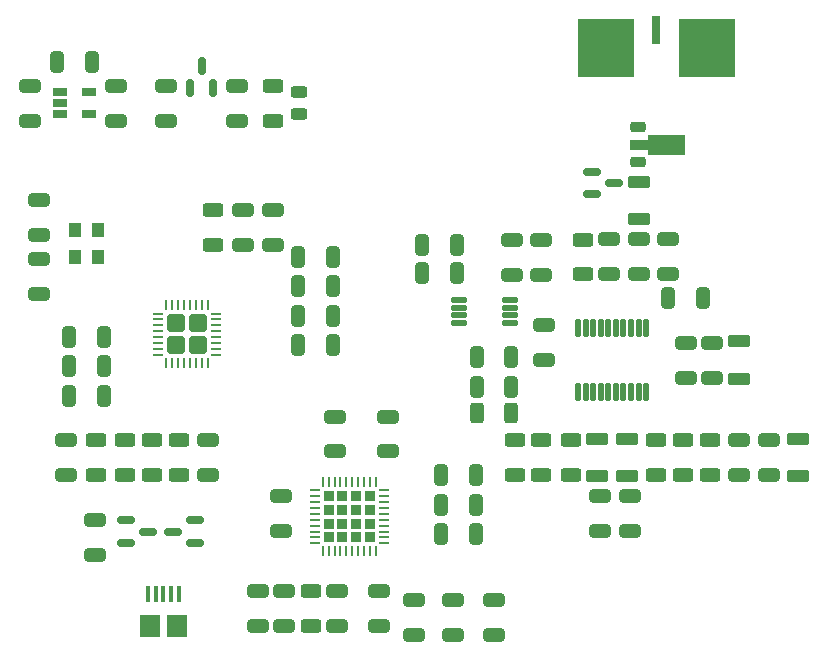
<source format=gbr>
%TF.GenerationSoftware,KiCad,Pcbnew,8.0.3*%
%TF.CreationDate,2024-07-17T08:28:56+07:00*%
%TF.ProjectId,msi_SDR_ADC,6d73695f-5344-4525-9f41-44432e6b6963,R0.1*%
%TF.SameCoordinates,PX72ade90PY75c75e0*%
%TF.FileFunction,Paste,Top*%
%TF.FilePolarity,Positive*%
%FSLAX46Y46*%
G04 Gerber Fmt 4.6, Leading zero omitted, Abs format (unit mm)*
G04 Created by KiCad (PCBNEW 8.0.3) date 2024-07-17 08:28:56*
%MOMM*%
%LPD*%
G01*
G04 APERTURE LIST*
G04 Aperture macros list*
%AMRoundRect*
0 Rectangle with rounded corners*
0 $1 Rounding radius*
0 $2 $3 $4 $5 $6 $7 $8 $9 X,Y pos of 4 corners*
0 Add a 4 corners polygon primitive as box body*
4,1,4,$2,$3,$4,$5,$6,$7,$8,$9,$2,$3,0*
0 Add four circle primitives for the rounded corners*
1,1,$1+$1,$2,$3*
1,1,$1+$1,$4,$5*
1,1,$1+$1,$6,$7*
1,1,$1+$1,$8,$9*
0 Add four rect primitives between the rounded corners*
20,1,$1+$1,$2,$3,$4,$5,0*
20,1,$1+$1,$4,$5,$6,$7,0*
20,1,$1+$1,$6,$7,$8,$9,0*
20,1,$1+$1,$8,$9,$2,$3,0*%
%AMFreePoly0*
4,1,9,3.862500,-0.866500,0.737500,-0.866500,0.737500,-0.450000,-0.737500,-0.450000,-0.737500,0.450000,0.737500,0.450000,0.737500,0.866500,3.862500,0.866500,3.862500,-0.866500,3.862500,-0.866500,$1*%
G04 Aperture macros list end*
%ADD10RoundRect,0.250000X0.650000X-0.325000X0.650000X0.325000X-0.650000X0.325000X-0.650000X-0.325000X0*%
%ADD11RoundRect,0.250000X-0.650000X0.325000X-0.650000X-0.325000X0.650000X-0.325000X0.650000X0.325000X0*%
%ADD12RoundRect,0.250000X-0.325000X-0.650000X0.325000X-0.650000X0.325000X0.650000X-0.325000X0.650000X0*%
%ADD13RoundRect,0.250000X0.325000X0.650000X-0.325000X0.650000X-0.325000X-0.650000X0.325000X-0.650000X0*%
%ADD14RoundRect,0.110000X-0.110000X-0.650000X0.110000X-0.650000X0.110000X0.650000X-0.110000X0.650000X0*%
%ADD15RoundRect,0.250000X-0.625000X0.312500X-0.625000X-0.312500X0.625000X-0.312500X0.625000X0.312500X0*%
%ADD16RoundRect,0.150000X-0.587500X-0.150000X0.587500X-0.150000X0.587500X0.150000X-0.587500X0.150000X0*%
%ADD17RoundRect,0.232500X-0.232500X0.232500X-0.232500X-0.232500X0.232500X-0.232500X0.232500X0.232500X0*%
%ADD18RoundRect,0.062500X-0.062500X0.350000X-0.062500X-0.350000X0.062500X-0.350000X0.062500X0.350000X0*%
%ADD19RoundRect,0.062500X-0.350000X0.062500X-0.350000X-0.062500X0.350000X-0.062500X0.350000X0.062500X0*%
%ADD20RoundRect,0.250000X0.625000X-0.312500X0.625000X0.312500X-0.625000X0.312500X-0.625000X-0.312500X0*%
%ADD21RoundRect,0.250000X0.700000X-0.275000X0.700000X0.275000X-0.700000X0.275000X-0.700000X-0.275000X0*%
%ADD22R,0.400000X1.350000*%
%ADD23R,1.800000X1.900000*%
%ADD24RoundRect,0.150000X0.150000X-0.587500X0.150000X0.587500X-0.150000X0.587500X-0.150000X-0.587500X0*%
%ADD25RoundRect,0.250000X0.312500X0.625000X-0.312500X0.625000X-0.312500X-0.625000X0.312500X-0.625000X0*%
%ADD26RoundRect,0.243750X-0.456250X0.243750X-0.456250X-0.243750X0.456250X-0.243750X0.456250X0.243750X0*%
%ADD27RoundRect,0.250000X-0.700000X0.275000X-0.700000X-0.275000X0.700000X-0.275000X0.700000X0.275000X0*%
%ADD28RoundRect,0.150000X0.587500X0.150000X-0.587500X0.150000X-0.587500X-0.150000X0.587500X-0.150000X0*%
%ADD29RoundRect,0.112500X0.587500X-0.112500X0.587500X0.112500X-0.587500X0.112500X-0.587500X-0.112500X0*%
%ADD30R,1.250000X0.650000*%
%ADD31R,1.100000X1.300000*%
%ADD32R,0.700000X2.350000*%
%ADD33R,4.800000X4.900000*%
%ADD34RoundRect,0.225000X-0.425000X-0.225000X0.425000X-0.225000X0.425000X0.225000X-0.425000X0.225000X0*%
%ADD35FreePoly0,0.000000*%
%ADD36RoundRect,0.250000X0.495000X-0.495000X0.495000X0.495000X-0.495000X0.495000X-0.495000X-0.495000X0*%
%ADD37RoundRect,0.062500X0.062500X-0.337500X0.062500X0.337500X-0.062500X0.337500X-0.062500X-0.337500X0*%
%ADD38RoundRect,0.062500X0.337500X-0.062500X0.337500X0.062500X-0.337500X0.062500X-0.337500X-0.062500X0*%
G04 APERTURE END LIST*
D10*
%TO.C,C13*%
X21000000Y15025000D03*
X21000000Y17975000D03*
%TD*%
D11*
%TO.C,C9*%
X68750000Y13225000D03*
X68750000Y10275000D03*
%TD*%
D12*
%TO.C,C29*%
X40675000Y28500000D03*
X43625000Y28500000D03*
%TD*%
D11*
%TO.C,C45*%
X39500000Y5225000D03*
X39500000Y2275000D03*
%TD*%
D10*
%TO.C,C21*%
X78000000Y15025000D03*
X78000000Y17975000D03*
%TD*%
D12*
%TO.C,C27*%
X40675000Y26000000D03*
X43625000Y26000000D03*
%TD*%
D13*
%TO.C,C26*%
X54112500Y34512500D03*
X51162500Y34512500D03*
%TD*%
%TO.C,C25*%
X54087500Y32162500D03*
X51137500Y32162500D03*
%TD*%
D14*
%TO.C,IC2*%
X70130000Y27465000D03*
X69490000Y27465000D03*
X68850000Y27465000D03*
X68210000Y27465000D03*
X67570000Y27465000D03*
X66930000Y27465000D03*
X66290000Y27465000D03*
X65650000Y27465000D03*
X65010000Y27465000D03*
X64370000Y27465000D03*
X64370000Y22035000D03*
X65010000Y22035000D03*
X65650000Y22035000D03*
X66290000Y22035000D03*
X66930000Y22035000D03*
X67570000Y22035000D03*
X68210000Y22035000D03*
X68850000Y22035000D03*
X69490000Y22035000D03*
X70130000Y22035000D03*
%TD*%
D13*
%TO.C,C3*%
X24225000Y24250000D03*
X21275000Y24250000D03*
%TD*%
D15*
%TO.C,R7*%
X64750000Y34962500D03*
X64750000Y32037500D03*
%TD*%
D11*
%TO.C,C7*%
X18750000Y33325000D03*
X18750000Y30375000D03*
%TD*%
D13*
%TO.C,C40*%
X23225000Y50000000D03*
X20275000Y50000000D03*
%TD*%
D11*
%TO.C,C47*%
X43750000Y19975000D03*
X43750000Y17025000D03*
%TD*%
D10*
%TO.C,C34*%
X53750000Y1525000D03*
X53750000Y4475000D03*
%TD*%
D11*
%TO.C,C15*%
X33000000Y17975000D03*
X33000000Y15025000D03*
%TD*%
D16*
%TO.C,D4*%
X26062500Y11200000D03*
X26062500Y9300000D03*
X27937500Y10250000D03*
%TD*%
D13*
%TO.C,C35*%
X55725000Y12500000D03*
X52775000Y12500000D03*
%TD*%
D17*
%TO.C,U4*%
X46725000Y13225000D03*
X45575000Y13225000D03*
X44425000Y13225000D03*
X43275000Y13225000D03*
X46725000Y12075000D03*
X45575000Y12075000D03*
X44425000Y12075000D03*
X43275000Y12075000D03*
X46725000Y10925000D03*
X45575000Y10925000D03*
X44425000Y10925000D03*
X43275000Y10925000D03*
X46725000Y9775000D03*
X45575000Y9775000D03*
X44425000Y9775000D03*
X43275000Y9775000D03*
D18*
X47250000Y14437500D03*
X46750000Y14437500D03*
X46250000Y14437500D03*
X45750000Y14437500D03*
X45250000Y14437500D03*
X44750000Y14437500D03*
X44250000Y14437500D03*
X43750000Y14437500D03*
X43250000Y14437500D03*
X42750000Y14437500D03*
D19*
X42062500Y13750000D03*
X42062500Y13250000D03*
X42062500Y12750000D03*
X42062500Y12250000D03*
X42062500Y11750000D03*
X42062500Y11250000D03*
X42062500Y10750000D03*
X42062500Y10250000D03*
X42062500Y9750000D03*
X42062500Y9250000D03*
D18*
X42750000Y8562500D03*
X43250000Y8562500D03*
X43750000Y8562500D03*
X44250000Y8562500D03*
X44750000Y8562500D03*
X45250000Y8562500D03*
X45750000Y8562500D03*
X46250000Y8562500D03*
X46750000Y8562500D03*
X47250000Y8562500D03*
D19*
X47937500Y9250000D03*
X47937500Y9750000D03*
X47937500Y10250000D03*
X47937500Y10750000D03*
X47937500Y11250000D03*
X47937500Y11750000D03*
X47937500Y12250000D03*
X47937500Y12750000D03*
X47937500Y13250000D03*
X47937500Y13750000D03*
%TD*%
D20*
%TO.C,R16*%
X41750000Y2287500D03*
X41750000Y5212500D03*
%TD*%
%TO.C,R3*%
X73250000Y15037500D03*
X73250000Y17962500D03*
%TD*%
D21*
%TO.C,FB4*%
X83000000Y14925000D03*
X83000000Y18075000D03*
%TD*%
D16*
%TO.C,D1*%
X65562500Y40700000D03*
X65562500Y38800000D03*
X67437500Y39750000D03*
%TD*%
D10*
%TO.C,C20*%
X36000000Y34525000D03*
X36000000Y37475000D03*
%TD*%
D21*
%TO.C,FB5*%
X78000000Y23200000D03*
X78000000Y26350000D03*
%TD*%
D12*
%TO.C,C8*%
X21275000Y26750000D03*
X24225000Y26750000D03*
%TD*%
D22*
%TO.C,J2*%
X27962000Y4925000D03*
X28612000Y4925000D03*
X29262000Y4925000D03*
X29912000Y4925000D03*
X30562000Y4925000D03*
D23*
X28112000Y2250000D03*
X30412000Y2250000D03*
%TD*%
D24*
%TO.C,U3*%
X31550000Y47812500D03*
X33450000Y47812500D03*
X32500000Y49687500D03*
%TD*%
D25*
%TO.C,R9*%
X58712500Y20250000D03*
X55787500Y20250000D03*
%TD*%
D11*
%TO.C,C48*%
X37250000Y5225000D03*
X37250000Y2275000D03*
%TD*%
D26*
%TO.C,D2*%
X40750000Y47437500D03*
X40750000Y45562500D03*
%TD*%
D27*
%TO.C,FB3*%
X68500000Y18075000D03*
X68500000Y14925000D03*
%TD*%
D11*
%TO.C,C37*%
X35500000Y47975000D03*
X35500000Y45025000D03*
%TD*%
%TO.C,C39*%
X18000000Y47975000D03*
X18000000Y45025000D03*
%TD*%
D13*
%TO.C,C4*%
X24225000Y21750000D03*
X21275000Y21750000D03*
%TD*%
D28*
%TO.C,D3*%
X31937500Y9300000D03*
X31937500Y11200000D03*
X30062500Y10250000D03*
%TD*%
D27*
%TO.C,FB1*%
X66000000Y18075000D03*
X66000000Y14925000D03*
%TD*%
D11*
%TO.C,C23*%
X75750000Y26225000D03*
X75750000Y23275000D03*
%TD*%
%TO.C,C36*%
X29500000Y47975000D03*
X29500000Y45025000D03*
%TD*%
D10*
%TO.C,C31*%
X23500000Y8275000D03*
X23500000Y11225000D03*
%TD*%
D15*
%TO.C,R12*%
X23580000Y18000000D03*
X23580000Y15075000D03*
%TD*%
D13*
%TO.C,C17*%
X58725000Y22500000D03*
X55775000Y22500000D03*
%TD*%
D29*
%TO.C,IC3*%
X54250000Y29850000D03*
X54250000Y29200000D03*
X54250000Y28550000D03*
X54250000Y27900000D03*
X58650000Y27900000D03*
X58650000Y28550000D03*
X58650000Y29200000D03*
X58650000Y29850000D03*
%TD*%
D15*
%TO.C,R15*%
X30580000Y18000000D03*
X30580000Y15075000D03*
%TD*%
D11*
%TO.C,C10*%
X58800000Y34950000D03*
X58800000Y32000000D03*
%TD*%
%TO.C,C5*%
X69500000Y34975000D03*
X69500000Y32025000D03*
%TD*%
D30*
%TO.C,IC1*%
X20500000Y47440000D03*
X20500000Y46500000D03*
X20500000Y45560000D03*
X23000000Y45560000D03*
X23000000Y47440000D03*
%TD*%
D31*
%TO.C,Y1*%
X21800000Y35800000D03*
X21800000Y33500000D03*
X23700000Y33500000D03*
X23700000Y35800000D03*
%TD*%
D11*
%TO.C,C11*%
X61200000Y34950000D03*
X61200000Y32000000D03*
%TD*%
D32*
%TO.C,J1*%
X71000000Y52750000D03*
D33*
X75250000Y51175000D03*
X66750000Y51175000D03*
%TD*%
D10*
%TO.C,C6*%
X67000000Y32025000D03*
X67000000Y34975000D03*
%TD*%
D34*
%TO.C,U1*%
X69412500Y44500000D03*
D35*
X69500000Y43000000D03*
D34*
X69412500Y41500000D03*
%TD*%
D10*
%TO.C,C22*%
X80500000Y15025000D03*
X80500000Y17975000D03*
%TD*%
D11*
%TO.C,C24*%
X73500000Y26225000D03*
X73500000Y23275000D03*
%TD*%
D10*
%TO.C,C46*%
X44000000Y2275000D03*
X44000000Y5225000D03*
%TD*%
D27*
%TO.C,FB2*%
X69500000Y39825000D03*
X69500000Y36675000D03*
%TD*%
D10*
%TO.C,C12*%
X72000000Y32025000D03*
X72000000Y34975000D03*
%TD*%
D12*
%TO.C,C28*%
X40675000Y33500000D03*
X43625000Y33500000D03*
%TD*%
D20*
%TO.C,R5*%
X61250000Y15037500D03*
X61250000Y17962500D03*
%TD*%
D15*
%TO.C,R10*%
X38500000Y47962500D03*
X38500000Y45037500D03*
%TD*%
D11*
%TO.C,C18*%
X61500000Y27725000D03*
X61500000Y24775000D03*
%TD*%
D10*
%TO.C,C16*%
X38500000Y34525000D03*
X38500000Y37475000D03*
%TD*%
D12*
%TO.C,C30*%
X40675000Y31000000D03*
X43625000Y31000000D03*
%TD*%
D13*
%TO.C,C38*%
X55725000Y15000000D03*
X52775000Y15000000D03*
%TD*%
D10*
%TO.C,C49*%
X39250000Y10275000D03*
X39250000Y13225000D03*
%TD*%
D20*
%TO.C,R6*%
X59000000Y15037500D03*
X59000000Y17962500D03*
%TD*%
D15*
%TO.C,R14*%
X28330000Y17962500D03*
X28330000Y15037500D03*
%TD*%
%TO.C,R4*%
X63750000Y17962500D03*
X63750000Y15037500D03*
%TD*%
D10*
%TO.C,C41*%
X25250000Y45025000D03*
X25250000Y47975000D03*
%TD*%
D15*
%TO.C,R8*%
X71000000Y17962500D03*
X71000000Y15037500D03*
%TD*%
D36*
%TO.C,U2*%
X30325000Y26025000D03*
X32175000Y26025000D03*
X30325000Y27875000D03*
X32175000Y27875000D03*
D37*
X29500000Y24500000D03*
X30000000Y24500000D03*
X30500000Y24500000D03*
X31000000Y24500000D03*
X31500000Y24500000D03*
X32000000Y24500000D03*
X32500000Y24500000D03*
X33000000Y24500000D03*
D38*
X33700000Y25200000D03*
X33700000Y25700000D03*
X33700000Y26200000D03*
X33700000Y26700000D03*
X33700000Y27200000D03*
X33700000Y27700000D03*
X33700000Y28200000D03*
X33700000Y28700000D03*
D37*
X33000000Y29400000D03*
X32500000Y29400000D03*
X32000000Y29400000D03*
X31500000Y29400000D03*
X31000000Y29400000D03*
X30500000Y29400000D03*
X30000000Y29400000D03*
X29500000Y29400000D03*
D38*
X28800000Y28700000D03*
X28800000Y28200000D03*
X28800000Y27700000D03*
X28800000Y27200000D03*
X28800000Y26700000D03*
X28800000Y26200000D03*
X28800000Y25700000D03*
X28800000Y25200000D03*
%TD*%
D10*
%TO.C,C42*%
X50500000Y1525000D03*
X50500000Y4475000D03*
%TD*%
D13*
%TO.C,C32*%
X55725000Y10000000D03*
X52775000Y10000000D03*
%TD*%
%TO.C,C19*%
X58725000Y25000000D03*
X55775000Y25000000D03*
%TD*%
D11*
%TO.C,C14*%
X18750000Y38300000D03*
X18750000Y35350000D03*
%TD*%
%TO.C,C43*%
X48250000Y19975000D03*
X48250000Y17025000D03*
%TD*%
D15*
%TO.C,R11*%
X33500000Y37462500D03*
X33500000Y34537500D03*
%TD*%
D11*
%TO.C,C2*%
X66250000Y13225000D03*
X66250000Y10275000D03*
%TD*%
D20*
%TO.C,R2*%
X75500000Y15037500D03*
X75500000Y17962500D03*
%TD*%
D10*
%TO.C,C33*%
X57250000Y1525000D03*
X57250000Y4475000D03*
%TD*%
%TO.C,C44*%
X47500000Y2275000D03*
X47500000Y5225000D03*
%TD*%
D15*
%TO.C,R13*%
X26000000Y17962500D03*
X26000000Y15037500D03*
%TD*%
D13*
%TO.C,C1*%
X74975000Y30000000D03*
X72025000Y30000000D03*
%TD*%
M02*

</source>
